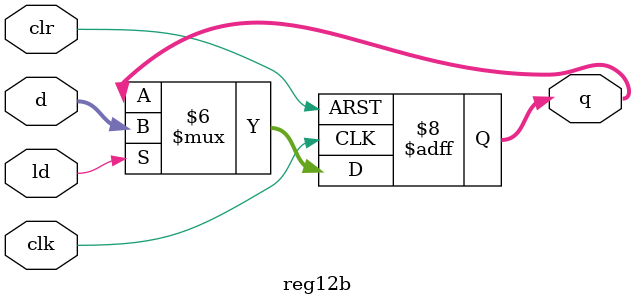
<source format=sv>
module reg12b (
    input logic [11:0] d,
    input logic ld, clr, clk,
    output logic [11:0] q
);

    //inicializa o registrador em zero
    
    initial begin
        q = 12'b00000000000;
    end

    //funcionamento do registrador

    always @(negedge clk, posedge clr) begin
        if (clr == 1'b1)begin
            q = 12'b000000000000;
        end else begin
            if(ld == 1'b1) begin
                q = d;
            end
        end
    end

endmodule
</source>
